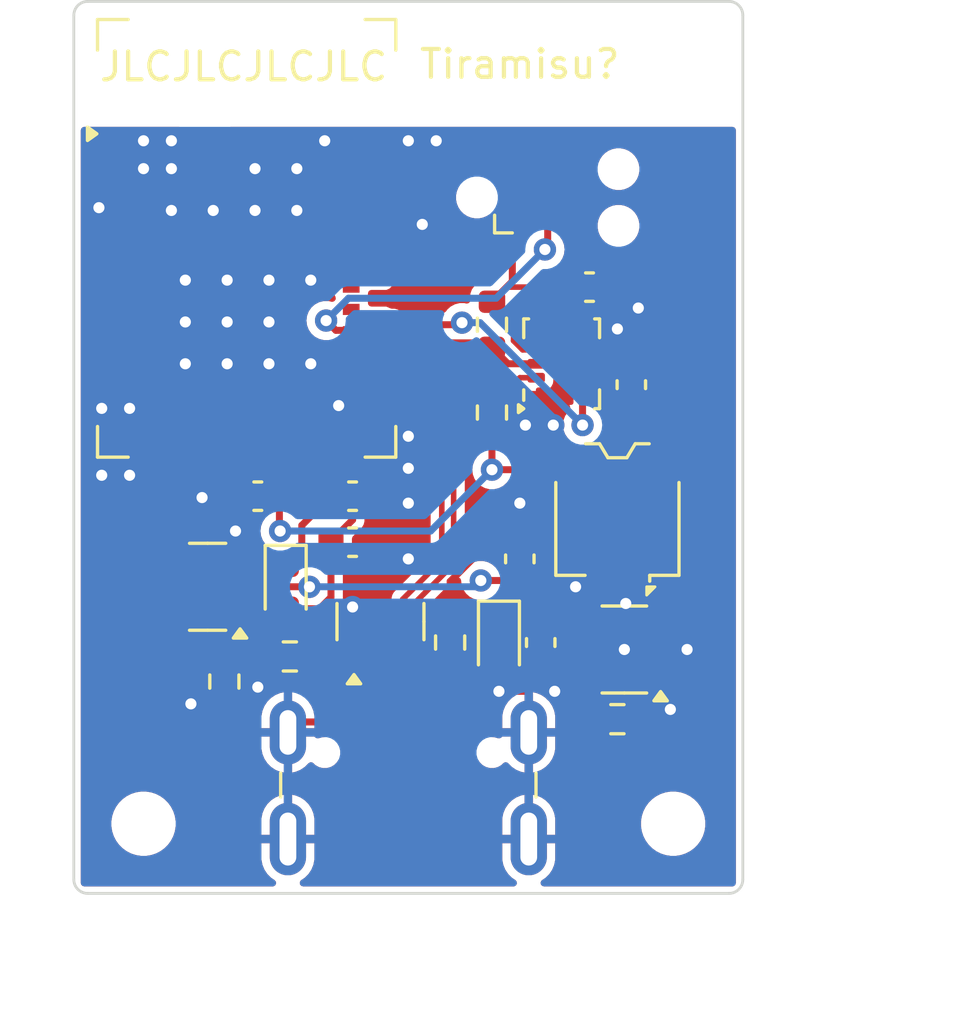
<source format=kicad_pcb>
(kicad_pcb (version 20240108) (generator "pcbnew") (generator_version "8.0")
  (layers (0 "F.Cu" signal) (31 "B.Cu" signal) (34 "B.Paste" user) (35 "F.Paste" user) (36 "B.SilkS" user "B.Silkscreen") (37 "F.SilkS" user "F.Silkscreen") (38 "B.Mask" user) (39 "F.Mask" user) (44 "Edge.Cuts" user))
  (net 0 "")
  (net 1 "+BATT")
  (net 2 "GND")
  (net 3 "VBUS")
  (net 4 "/SWDIO")
  (net 5 "/RESET")
  (net 6 "/SWCLK")
  (net 8 "/D+")
  (net 35 "Net-(J2-CC2)")
  (net 38 "Net-(U1-P0.13)")
  (net 59 "/D-")
  (net 60 "Net-(U3-PROG)")
  (net 62 "+3.3V")
  (net 64 "Net-(U1-P0.15)")
  (net 65 "Net-(J2-CC1)")
  (net 66 "VCC")
  (net 68 "Net-(U1-P0.17)")
  (footprint "Resistor_SMD:R_0603_1608Metric" (layer "F.Cu") (at 113.5 73 90)
    (property "Reference" "R5" (hide yes))
    (property "Value" "5.1k")
    (fp_line (start -0.237258 -0.5225) (end 0.237258 -0.5225) (stroke (width 0.12)) (layer "F.SilkS"))
    (fp_line (start -0.237258 0.5225) (end 0.237258 0.5225) (stroke (width 0.12)) (layer "F.SilkS"))
    (pad "1" smd roundrect (at -0.825 0 90) (size 0.8 0.95) (layers "F.Cu" "F.Paste" "F.Mask") (net 35 "Net-(J2-CC2)"))
    (pad "2" smd roundrect (at 0.825 0 90) (size 0.8 0.95) (layers "F.Cu" "F.Paste" "F.Mask") (net 2 "GND"))
  )
  (footprint "Capacitor_SMD:C_0603_1608Metric" (layer "F.Cu") (at 106.6 67.75)
    (property "Reference" "C2" (hide yes))
    (property "Value" "10 uF")
    (fp_line (start -0.14058 -0.51) (end 0.14058 -0.51) (stroke (width 0.12)) (layer "F.SilkS"))
    (fp_line (start -0.14058 0.51) (end 0.14058 0.51) (stroke (width 0.12)) (layer "F.SilkS"))
    (pad "1" smd roundrect (at -0.775 0) (size 0.9 0.95) (layers "F.Cu" "F.Paste" "F.Mask") (net 2 "GND"))
    (pad "2" smd roundrect (at 0.775 0) (size 0.9 0.95) (layers "F.Cu" "F.Paste" "F.Mask") (net 62 "+3.3V"))
  )
  (footprint "Capacitor_SMD:C_0603_1608Metric" (layer "F.Cu") (at 110 67.75 180)
    (property "Reference" "C6" (hide yes))
    (property "Value" "10 uF")
    (fp_line (start -0.14058 0.51) (end 0.14058 0.51) (stroke (width 0.12)) (layer "F.SilkS"))
    (fp_line (start -0.14058 -0.51) (end 0.14058 -0.51) (stroke (width 0.12)) (layer "F.SilkS"))
    (pad "1" smd roundrect (at -0.775 0 180) (size 0.9 0.95) (layers "F.Cu" "F.Paste" "F.Mask") (net 2 "GND"))
    (pad "2" smd roundrect (at 0.775 0 180) (size 0.9 0.95) (layers "F.Cu" "F.Paste" "F.Mask") (net 66 "VCC"))
  )
  (footprint "Diode_SMD:D_0603_1608Metric" (layer "F.Cu") (at 107.6 71 -90)
    (property "Reference" "D3" (hide yes))
    (property "Value" "D_Schottky")
    (fp_line (start -1.485 0.735) (end 0.8 0.735) (stroke (width 0.12)) (layer "F.SilkS"))
    (fp_line (start -1.485 -0.735) (end -1.485 0.735) (stroke (width 0.12)) (layer "F.SilkS"))
    (fp_line (start 0.8 -0.735) (end -1.485 -0.735) (stroke (width 0.12)) (layer "F.SilkS"))
    (pad "1" smd roundrect (at -0.7875 0 270) (size 0.875 0.95) (layers "F.Cu" "F.Paste" "F.Mask") (net 66 "VCC"))
    (pad "2" smd roundrect (at 0.7875 0 270) (size 0.875 0.95) (layers "F.Cu" "F.Paste" "F.Mask") (net 3 "VBUS"))
  )
  (footprint "Resistor_SMD:R_0603_1608Metric" (layer "F.Cu") (at 107.75 73.5 180)
    (property "Reference" "R4" (hide yes))
    (property "Value" "5.1k")
    (fp_line (start -0.237258 0.5225) (end 0.237258 0.5225) (stroke (width 0.12)) (layer "F.SilkS"))
    (fp_line (start -0.237258 -0.5225) (end 0.237258 -0.5225) (stroke (width 0.12)) (layer "F.SilkS"))
    (pad "1" smd roundrect (at -0.825 0 180) (size 0.8 0.95) (layers "F.Cu" "F.Paste" "F.Mask") (net 65 "Net-(J2-CC1)"))
    (pad "2" smd roundrect (at 0.825 0 180) (size 0.8 0.95) (layers "F.Cu" "F.Paste" "F.Mask") (net 2 "GND"))
  )
  (footprint "adhoc:USB_C_Receptacle_JAE_DX07S016JA1R1500_alt" (layer "F.Cu") (at 112 78.9)
    (property "Reference" "J2" (hide yes))
    (property "Value" "USB_C_Receptacle_USB2.0_16P")
    (fp_line (start -4.58 -1.215) (end -4.58 -0.36) (stroke (width 0.12)) (layer "F.SilkS"))
    (fp_line (start 4.58 -1.215) (end 4.58 -0.36) (stroke (width 0.12)) (layer "F.SilkS"))
    (pad "" np_thru_hole circle (at -3 -1.95) (size 0.6 0.6) (drill 0.6) (layers "F&B.Cu" "*.Mask"))
    (pad "" np_thru_hole circle (at 3 -1.95) (size 0.6 0.6) (drill 0.6) (layers "F&B.Cu" "*.Mask"))
    (pad "A1" smd rect (at -3.1 -3.05) (size 0.52 1) (layers "F.Cu" "F.Paste" "F.Mask") (net 2 "GND"))
    (pad "A4" smd rect (at -2.35 -3.05) (size 0.52 1) (layers "F.Cu" "F.Paste" "F.Mask") (net 3 "VBUS"))
    (pad "A5" smd rect (at -1.75 -3.05) (size 0.27 1) (layers "F.Cu" "F.Paste" "F.Mask") (net 65 "Net-(J2-CC1)"))
    (pad "A6" smd rect (at -0.25 -3.05) (size 0.27 1) (layers "F.Cu" "F.Paste" "F.Mask") (net 8 "/D+"))
    (pad "A7" smd rect (at 0.75 -3.05) (size 0.27 1) (layers "F.Cu" "F.Paste" "F.Mask") (net 59 "/D-"))
    (pad "A8" smd rect (at 1.75 -3.05) (size 0.27 1) (layers "F.Cu" "F.Paste" "F.Mask"))
    (pad "A9" smd rect (at 2.35 -3.05) (size 0.52 1) (layers "F.Cu" "F.Paste" "F.Mask") (net 3 "VBUS"))
    (pad "A12" smd rect (at 3.1 -3.05) (size 0.52 1) (layers "F.Cu" "F.Paste" "F.Mask") (net 2 "GND"))
    (pad "B1" smd rect (at 3.1 -3.05) (size 0.52 1) (layers "F.Cu" "F.Paste" "F.Mask") (net 2 "GND"))
    (pad "B4" smd rect (at 2.35 -3.05) (size 0.52 1) (layers "F.Cu" "F.Paste" "F.Mask") (net 3 "VBUS"))
    (pad "B5" smd rect (at 1.25 -3.05) (size 0.27 1) (layers "F.Cu" "F.Paste" "F.Mask") (net 35 "Net-(J2-CC2)"))
    (pad "B6" smd rect (at 0.25 -3.05) (size 0.27 1) (layers "F.Cu" "F.Paste" "F.Mask") (net 8 "/D+"))
    (pad "B7" smd rect (at -0.75 -3.05) (size 0.27 1) (layers "F.Cu" "F.Paste" "F.Mask") (net 59 "/D-"))
    (pad "B8" smd rect (at -1.25 -3.05) (size 0.27 1) (layers "F.Cu" "F.Paste" "F.Mask"))
    (pad "B9" smd rect (at -2.35 -3.05) (size 0.52 1) (layers "F.Cu" "F.Paste" "F.Mask") (net 3 "VBUS"))
    (pad "B12" smd rect (at -3.1 -3.05) (size 0.52 1) (layers "F.Cu" "F.Paste" "F.Mask") (net 2 "GND"))
    (pad "S1" thru_hole oval (at -4.32 -2.675) (size 1.3 2.3) (drill oval 0.6 1.6) (layers "*.Cu" "*.Mask") (net 2 "GND"))
    (pad "S1" thru_hole oval (at -4.32 1.15) (size 1.3 2.6) (drill oval 0.6 1.9) (layers "*.Cu" "*.Mask") (net 2 "GND"))
    (pad "S1" smd rect (at -1.4 1.15) (size 1 2) (layers "F.Cu" "F.Paste" "F.Mask") (net 2 "GND"))
    (pad "S1" smd rect (at 1.4 1.15) (size 1 2) (layers "F.Cu" "F.Paste" "F.Mask") (net 2 "GND"))
    (pad "S1" thru_hole oval (at 4.32 -2.675) (size 1.3 2.3) (drill oval 0.6 1.6) (layers "*.Cu" "*.Mask") (net 2 "GND"))
    (pad "S1" thru_hole oval (at 4.32 1.15) (size 1.3 2.6) (drill oval 0.6 1.9) (layers "*.Cu" "*.Mask") (net 2 "GND"))
  )
  (footprint "adhoc:MountingHole_1.8mm_M1.6" (layer "F.Cu") (at 121.5 79.5)
    (property "Reference" "H2" (hide yes))
    (property "Value" "MountingHole")
    (pad "" np_thru_hole circle (at 0 0) (size 1.8 1.8) (drill 1.8) (layers "F&B.Cu" "*.Mask"))
  )
  (footprint "Resistor_SMD:R_0603_1608Metric" (layer "F.Cu") (at 119.5 75.75)
    (property "Reference" "R1" (hide yes))
    (property "Value" "15k")
    (fp_line (start -0.237258 -0.5225) (end 0.237258 -0.5225) (stroke (width 0.12)) (layer "F.SilkS"))
    (fp_line (start -0.237258 0.5225) (end 0.237258 0.5225) (stroke (width 0.12)) (layer "F.SilkS"))
    (pad "1" smd roundrect (at -0.825 0) (size 0.8 0.95) (layers "F.Cu" "F.Paste" "F.Mask") (net 60 "Net-(U3-PROG)"))
    (pad "2" smd roundrect (at 0.825 0) (size 0.8 0.95) (layers "F.Cu" "F.Paste" "F.Mask") (net 2 "GND"))
  )
  (footprint "Resistor_SMD:R_0603_1608Metric" (layer "F.Cu") (at 105.4 74.4 90)
    (property "Reference" "R6" (hide yes))
    (property "Value" "100k")
    (fp_line (start -0.237258 -0.5225) (end 0.237258 -0.5225) (stroke (width 0.12)) (layer "F.SilkS"))
    (fp_line (start -0.237258 0.5225) (end 0.237258 0.5225) (stroke (width 0.12)) (layer "F.SilkS"))
    (pad "1" smd roundrect (at -0.825 0 90) (size 0.8 0.95) (layers "F.Cu" "F.Paste" "F.Mask") (net 2 "GND"))
    (pad "2" smd roundrect (at 0.825 0 90) (size 0.8 0.95) (layers "F.Cu" "F.Paste" "F.Mask") (net 3 "VBUS"))
  )
  (footprint "adhoc:MountingHole_1.8mm_M1.6" (layer "F.Cu") (at 121.5 52.5)
    (property "Reference" "H1" (hide yes))
    (property "Value" "MountingHole")
    (pad "" np_thru_hole circle (at 0 0) (size 1.8 1.8) (drill 1.8) (layers "F&B.Cu" "*.Mask"))
  )
  (footprint "Package_TO_SOT_SMD:SOT-23-5" (layer "F.Cu") (at 119.75 73.25 180)
    (property "Reference" "U3" (hide yes))
    (property "Value" "MCP73831-2-OT")
    (fp_line (start 0 1.56) (end 0.8 1.56) (stroke (width 0.12)) (layer "F.SilkS"))
    (fp_line (start 0 1.56) (end -0.8 1.56) (stroke (width 0.12)) (layer "F.SilkS"))
    (fp_line (start 0 -1.56) (end 0.8 -1.56) (stroke (width 0.12)) (layer "F.SilkS"))
    (fp_line (start 0 -1.56) (end -0.8 -1.56) (stroke (width 0.12)) (layer "F.SilkS"))
    (fp_poly (pts (xy -1.3 -1.51) (xy -1.54 -1.84) (xy -1.06 -1.84) (xy -1.3 -1.51)) (stroke (width 0.12)) (fill solid) (layer "F.SilkS"))
    (pad "1" smd roundrect (at -1.1375 -0.95 180) (size 1.325 0.6) (layers "F.Cu" "F.Paste" "F.Mask"))
    (pad "2" smd roundrect (at -1.1375 0 180) (size 1.325 0.6) (layers "F.Cu" "F.Paste" "F.Mask") (net 2 "GND"))
    (pad "3" smd roundrect (at -1.1375 0.95 180) (size 1.325 0.6) (layers "F.Cu" "F.Paste" "F.Mask") (net 1 "+BATT"))
    (pad "4" smd roundrect (at 1.1375 0.95 180) (size 1.325 0.6) (layers "F.Cu" "F.Paste" "F.Mask") (net 3 "VBUS"))
    (pad "5" smd roundrect (at 1.1375 -0.95 180) (size 1.325 0.6) (layers "F.Cu" "F.Paste" "F.Mask") (net 60 "Net-(U3-PROG)"))
  )
  (footprint "Resistor_SMD:R_0603_1608Metric" (layer "F.Cu") (at 115 64.75 90)
    (property "Reference" "R2" (hide yes))
    (property "Value" "5.1k")
    (fp_line (start -0.237258 -0.5225) (end 0.237258 -0.5225) (stroke (width 0.12)) (layer "F.SilkS"))
    (fp_line (start -0.237258 0.5225) (end 0.237258 0.5225) (stroke (width 0.12)) (layer "F.SilkS"))
    (pad "1" smd roundrect (at -0.825 0 90) (size 0.8 0.95) (layers "F.Cu" "F.Paste" "F.Mask") (net 62 "+3.3V"))
    (pad "2" smd roundrect (at 0.825 0 90) (size 0.8 0.95) (layers "F.Cu" "F.Paste" "F.Mask") (net 38 "Net-(U1-P0.13)"))
  )
  (footprint "adhoc:MountingHole_1.8mm_M1.6" (layer "F.Cu") (at 102.5 79.5)
    (property "Reference" "H3" (hide yes))
    (property "Value" "MountingHole")
    (pad "" np_thru_hole circle (at 0 0) (size 1.8 1.8) (drill 1.8) (layers "F&B.Cu" "*.Mask"))
  )
  (footprint "Capacitor_SMD:C_0603_1608Metric" (layer "F.Cu") (at 116 70 90)
    (property "Reference" "C1" (hide yes))
    (property "Value" "10 uF")
    (fp_line (start -0.14058 -0.51) (end 0.14058 -0.51) (stroke (width 0.12)) (layer "F.SilkS"))
    (fp_line (start -0.14058 0.51) (end 0.14058 0.51) (stroke (width 0.12)) (layer "F.SilkS"))
    (pad "1" smd roundrect (at -0.775 0 90) (size 0.9 0.95) (layers "F.Cu" "F.Paste" "F.Mask") (net 1 "+BATT"))
    (pad "2" smd roundrect (at 0.775 0 90) (size 0.9 0.95) (layers "F.Cu" "F.Paste" "F.Mask") (net 2 "GND"))
  )
  (footprint "Capacitor_SMD:C_0603_1608Metric" (layer "F.Cu") (at 116.75 73 90)
    (property "Reference" "C3" (hide yes))
    (property "Value" "10 uF")
    (fp_line (start -0.14058 -0.51) (end 0.14058 -0.51) (stroke (width 0.12)) (layer "F.SilkS"))
    (fp_line (start -0.14058 0.51) (end 0.14058 0.51) (stroke (width 0.12)) (layer "F.SilkS"))
    (pad "1" smd roundrect (at -0.775 0 90) (size 0.9 0.95) (layers "F.Cu" "F.Paste" "F.Mask") (net 2 "GND"))
    (pad "2" smd roundrect (at 0.775 0 90) (size 0.9 0.95) (layers "F.Cu" "F.Paste" "F.Mask") (net 3 "VBUS"))
  )
  (footprint "Connector:Tag-Connect_TC2030-IDC-NL_2x03_P1.27mm_Vertical" (layer "F.Cu") (at 117 57.035)
    (property "Reference" "J1" (hide yes))
    (property "Value" "Conn_ARM_SWD_TagConnect_TC2030-NL")
    (fp_line (start -1.905 1.27) (end -1.905 0.635) (stroke (width 0.12)) (layer "F.SilkS"))
    (fp_line (start -1.27 1.27) (end -1.905 1.27) (stroke (width 0.12)) (layer "F.SilkS"))
    (pad "" np_thru_hole circle (at -2.54 0) (size 0.9906 0.9906) (drill 0.9906) (layers "*.Cu" "*.Mask"))
    (pad "" np_thru_hole circle (at 2.54 -1.016) (size 0.9906 0.9906) (drill 0.9906) (layers "*.Cu" "*.Mask"))
    (pad "" np_thru_hole circle (at 2.54 1.016) (size 0.9906 0.9906) (drill 0.9906) (layers "*.Cu" "*.Mask"))
    (pad "1" connect circle (at -1.27 0.635) (size 0.7874 0.7874) (layers "F.Cu" "F.Mask") (net 62 "+3.3V"))
    (pad "2" connect circle (at -1.27 -0.635) (size 0.7874 0.7874) (layers "F.Cu" "F.Mask") (net 4 "/SWDIO"))
    (pad "3" connect circle (at 0 0.635) (size 0.7874 0.7874) (layers "F.Cu" "F.Mask") (net 5 "/RESET"))
    (pad "4" connect circle (at 0 -0.635) (size 0.7874 0.7874) (layers "F.Cu" "F.Mask") (net 6 "/SWCLK"))
    (pad "5" connect circle (at 1.27 0.635) (size 0.7874 0.7874) (layers "F.Cu" "F.Mask") (net 2 "GND"))
    (pad "6" connect circle (at 1.27 -0.635) (size 0.7874 0.7874) (layers "F.Cu" "F.Mask"))
    (zone (net 0) (net_name "") (layer "F.Cu") (connect_pads (clearance 0)) (min_thickness 0.254)
      (keepout (tracks allowed) (vias not_allowed) (pads allowed) (copperpour not_allowed) (footprints not_allowed))
      (fill (thermal_gap 0.508) (thermal_bridge_width 0.508))
      (polygon (pts (xy 118.27 56.4) (xy 115.73 56.4) (xy 115.73 57.67) (xy 118.27 57.67)))
    )
  )
  (footprint "Package_TO_SOT_SMD:SOT-23" (layer "F.Cu") (at 104.8 71 180)
    (property "Reference" "Q1" (hide yes))
    (property "Value" "Q_PMOS_GSD")
    (fp_line (start 0 1.56) (end 0.65 1.56) (stroke (width 0.12)) (layer "F.SilkS"))
    (fp_line (start 0 1.56) (end -0.65 1.56) (stroke (width 0.12)) (layer "F.SilkS"))
    (fp_line (start 0 -1.56) (end 0.65 -1.56) (stroke (width 0.12)) (layer "F.SilkS"))
    (fp_line (start 0 -1.56) (end -0.65 -1.56) (stroke (width 0.12)) (layer "F.SilkS"))
    (fp_poly (pts (xy -1.1625 -1.51) (xy -1.4025 -1.84) (xy -0.9225 -1.84) (xy -1.1625 -1.51)) (stroke (width 0.12)) (fill solid) (layer "F.SilkS"))
    (pad "1" smd roundrect (at -0.9375 -0.95 180) (size 1.475 0.6) (layers "F.Cu" "F.Paste" "F.Mask") (net 3 "VBUS"))
    (pad "2" smd roundrect (at -0.9375 0.95 180) (size 1.475 0.6) (layers "F.Cu" "F.Paste" "F.Mask") (net 66 "VCC"))
    (pad "3" smd roundrect (at 0.9375 0 180) (size 1.475 0.6) (layers "F.Cu" "F.Paste" "F.Mask") (net 1 "+BATT"))
  )
  (footprint "Diode_SMD:D_0603_1608Metric" (layer "F.Cu") (at 115.25 73 -90)
    (property "Reference" "D2" (hide yes))
    (property "Value" "D_TVS")
    (fp_line (start -1.485 0.735) (end 0.8 0.735) (stroke (width 0.12)) (layer "F.SilkS"))
    (fp_line (start -1.485 -0.735) (end -1.485 0.735) (stroke (width 0.12)) (layer "F.SilkS"))
    (fp_line (start 0.8 -0.735) (end -1.485 -0.735) (stroke (width 0.12)) (layer "F.SilkS"))
    (pad "1" smd roundrect (at -0.7875 0 270) (size 0.875 0.95) (layers "F.Cu" "F.Paste" "F.Mask") (net 3 "VBUS"))
    (pad "2" smd roundrect (at 0.7875 0 270) (size 0.875 0.95) (layers "F.Cu" "F.Paste" "F.Mask") (net 2 "GND"))
  )
  (footprint "Capacitor_SMD:C_0603_1608Metric" (layer "F.Cu") (at 110 69.4)
    (property "Reference" "C7" (hide yes))
    (property "Value" "10 uF")
    (fp_line (start -0.14058 -0.51) (end 0.14058 -0.51) (stroke (width 0.12)) (layer "F.SilkS"))
    (fp_line (start -0.14058 0.51) (end 0.14058 0.51) (stroke (width 0.12)) (layer "F.SilkS"))
    (pad "1" smd roundrect (at -0.775 0) (size 0.9 0.95) (layers "F.Cu" "F.Paste" "F.Mask") (net 3 "VBUS"))
    (pad "2" smd roundrect (at 0.775 0) (size 0.9 0.95) (layers "F.Cu" "F.Paste" "F.Mask") (net 2 "GND"))
  )
  (footprint "Capacitor_SMD:C_0603_1608Metric" (layer "F.Cu") (at 120 63.75 -90)
    (property "Reference" "C5" (hide yes))
    (property "Value" "100nF")
    (fp_line (start -0.14058 0.51) (end 0.14058 0.51) (stroke (width 0.12)) (layer "F.SilkS"))
    (fp_line (start -0.14058 -0.51) (end 0.14058 -0.51) (stroke (width 0.12)) (layer "F.SilkS"))
    (pad "1" smd roundrect (at -0.775 0 270) (size 0.9 0.95) (layers "F.Cu" "F.Paste" "F.Mask") (net 2 "GND"))
    (pad "2" smd roundrect (at 0.775 0 270) (size 0.9 0.95) (layers "F.Cu" "F.Paste" "F.Mask") (net 62 "+3.3V"))
  )
  (footprint "Package_LGA:LGA-14_3x2.5mm_P0.5mm_LayoutBorder3x4y" (layer "F.Cu") (at 117.5 63 90)
    (property "Reference" "U2" (hide yes))
    (property "Value" "LSM6DSV")
    (fp_line (start 1.61 -1.36) (end 1.61 -1.185) (stroke (width 0.12)) (layer "F.SilkS"))
    (fp_line (start 0.935 -1.36) (end 1.61 -1.36) (stroke (width 0.12)) (layer "F.SilkS"))
    (fp_line (start -0.935 -1.36) (end -1.31 -1.36) (stroke (width 0.12)) (layer "F.SilkS"))
    (fp_line (start 1.61 1.36) (end 1.61 1.185) (stroke (width 0.12)) (layer "F.SilkS"))
    (fp_line (start 0.935 1.36) (end 1.61 1.36) (stroke (width 0.12)) (layer "F.SilkS"))
    (fp_line (start -0.935 1.36) (end -1.61 1.36) (stroke (width 0.12)) (layer "F.SilkS"))
    (fp_line (start -1.61 1.36) (end -1.61 1.185) (stroke (width 0.12)) (layer "F.SilkS"))
    (fp_poly (pts (xy -1.61 -1.36) (xy -1.75 -1.55) (xy -1.47 -1.55) (xy -1.61 -1.36)) (stroke (width 0.12)) (fill solid) (layer "F.SilkS"))
    (pad "1" smd roundrect (at -1.1625 -0.75 90) (size 0.625 0.35) (layers "F.Cu" "F.Paste" "F.Mask") (net 2 "GND"))
    (pad "2" smd roundrect (at -1.1625 -0.25 90) (size 0.625 0.35) (layers "F.Cu" "F.Paste" "F.Mask") (net 2 "GND"))
    (pad "3" smd roundrect (at -1.1625 0.25 90) (size 0.625 0.35) (layers "F.Cu" "F.Paste" "F.Mask") (net 2 "GND"))
    (pad "4" smd roundrect (at -1.1625 0.75 90) (size 0.625 0.35) (layers "F.Cu" "F.Paste" "F.Mask") (net 68 "Net-(U1-P0.17)"))
    (pad "5" smd roundrect (at -0.5 0.9125 90) (size 0.35 0.625) (layers "F.Cu" "F.Paste" "F.Mask") (net 62 "+3.3V"))
    (pad "6" smd roundrect (at 0 0.9125 90) (size 0.35 0.625) (layers "F.Cu" "F.Paste" "F.Mask") (net 2 "GND"))
    (pad "7" smd roundrect (at 0.5 0.9125 90) (size 0.35 0.625) (layers "F.Cu" "F.Paste" "F.Mask") (net 2 "GND"))
    (pad "8" smd roundrect (at 1.1625 0.75 90) (size 0.625 0.35) (layers "F.Cu" "F.Paste" "F.Mask") (net 62 "+3.3V"))
    (pad "9" smd roundrect (at 1.1625 0.25 90) (size 0.625 0.35) (layers "F.Cu" "F.Paste" "F.Mask"))
    (pad "10" smd roundrect (at 1.1625 -0.25 90) (size 0.625 0.35) (layers "F.Cu" "F.Paste" "F.Mask"))
    (pad "11" smd roundrect (at 1.1625 -0.75 90) (size 0.625 0.35) (layers "F.Cu" "F.Paste" "F.Mask"))
    (pad "12" smd roundrect (at 0.5 -0.9125 90) (size 0.35 0.625) (layers "F.Cu" "F.Paste" "F.Mask") (net 62 "+3.3V"))
    (pad "13" smd roundrect (at 0 -0.9125 90) (size 0.35 0.625) (layers "F.Cu" "F.Paste" "F.Mask") (net 64 "Net-(U1-P0.15)"))
    (pad "14" smd roundrect (at -0.5 -0.9125 90) (size 0.35 0.625) (layers "F.Cu" "F.Paste" "F.Mask") (net 38 "Net-(U1-P0.13)"))
  )
  (footprint "adhoc:Molex_Pico-EZmate_78171-0002_1x02-1MP_P1.20mm_Vertical" (layer "F.Cu") (at 119.5 68.5 180)
    (property "Reference" "BT1" (hide yes))
    (property "Value" "Battery_Cell")
    (fp_line (start 2.21 1.24) (end 2.21 -2.09) (stroke (width 0.12)) (layer "F.SilkS"))
    (fp_line (start 2.21 -2.09) (end 1.16 -2.09) (stroke (width 0.12)) (layer "F.SilkS"))
    (fp_line (start 0.64 2.63) (end 1.14 2.63) (stroke (width 0.12)) (layer "F.SilkS"))
    (fp_line (start 0.34 2.13) (end 0.64 2.63) (stroke (width 0.12)) (layer "F.SilkS"))
    (fp_line (start -0.34 2.13) (end 0.34 2.13) (stroke (width 0.12)) (layer "F.SilkS"))
    (fp_line (start -0.64 2.63) (end -0.34 2.13) (stroke (width 0.12)) (layer "F.SilkS"))
    (fp_line (start -1.14 2.63) (end -0.64 2.63) (stroke (width 0.12)) (layer "F.SilkS"))
    (fp_line (start -1.16 -2.09) (end -1.16 -2.3) (stroke (width 0.12)) (layer "F.SilkS"))
    (fp_line (start -2.21 1.24) (end -2.21 -2.09) (stroke (width 0.12)) (layer "F.SilkS"))
    (fp_line (start -2.21 -2.09) (end -1.16 -2.09) (stroke (width 0.12)) (layer "F.SilkS"))
    (fp_poly (pts (xy -1.05 -2.5) (xy -1.05 -2.8) (xy -1.35 -2.5)) (stroke (width 0.1)) (fill solid) (layer "F.SilkS"))
    (pad "1" smd roundrect (at -0.6 -1.875 180) (size 0.6 0.85) (layers "F.Cu" "F.Paste" "F.Mask") (net 1 "+BATT"))
    (pad "2" smd roundrect (at 0.6 -1.875 180) (size 0.6 0.85) (layers "F.Cu" "F.Paste" "F.Mask") (net 2 "GND"))
    (pad "MP" smd roundrect (at -1.75 1.9 180) (size 0.7 0.8) (layers "F.Cu" "F.Paste" "F.Mask"))
    (pad "MP" smd roundrect (at 1.75 1.9 180) (size 0.7 0.8) (layers "F.Cu" "F.Paste" "F.Mask"))
  )
  (footprint "Capacitor_SMD:C_0603_1608Metric" (layer "F.Cu") (at 118.5 60.25 180)
    (property "Reference" "C4" (hide yes))
    (property "Value" "100nF")
    (fp_line (start -0.14058 0.51) (end 0.14058 0.51) (stroke (width 0.12)) (layer "F.SilkS"))
    (fp_line (start -0.14058 -0.51) (end 0.14058 -0.51) (stroke (width 0.12)) (layer "F.SilkS"))
    (pad "1" smd roundrect (at -0.775 0 180) (size 0.9 0.95) (layers "F.Cu" "F.Paste" "F.Mask") (net 2 "GND"))
    (pad "2" smd roundrect (at 0.775 0 180) (size 0.9 0.95) (layers "F.Cu" "F.Paste" "F.Mask") (net 62 "+3.3V"))
  )
  (footprint "Resistor_SMD:R_0603_1608Metric" (layer "F.Cu") (at 115 61.6 -90)
    (property "Reference" "R3" (hide yes))
    (property "Value" "5.1k")
    (fp_line (start -0.237258 0.5225) (end 0.237258 0.5225) (stroke (width 0.12)) (layer "F.SilkS"))
    (fp_line (start -0.237258 -0.5225) (end 0.237258 -0.5225) (stroke (width 0.12)) (layer "F.SilkS"))
    (pad "1" smd roundrect (at -0.825 0 270) (size 0.8 0.95) (layers "F.Cu" "F.Paste" "F.Mask") (net 62 "+3.3V"))
    (pad "2" smd roundrect (at 0.825 0 270) (size 0.8 0.95) (layers "F.Cu" "F.Paste" "F.Mask") (net 64 "Net-(U1-P0.15)"))
  )
  (footprint "adhoc:SOT-23_AltChevron" (layer "F.Cu") (at 111 72.25 90)
    (property "Reference" "D1" (hide yes))
    (property "Value" "D_TVS_Dual_AAC")
    (fp_line (start 0 -1.56) (end 0.65 -1.56) (stroke (width 0.12)) (layer "F.SilkS"))
    (fp_line (start 0 -1.56) (end -0.65 -1.56) (stroke (width 0.12)) (layer "F.SilkS"))
    (fp_line (start 0 1.56) (end 0.65 1.56) (stroke (width 0.12)) (layer "F.SilkS"))
    (fp_line (start 0 1.56) (end -0.65 1.56) (stroke (width 0.12)) (layer "F.SilkS"))
    (fp_poly (pts (xy -1.9 -0.95) (xy -2.23 -0.71) (xy -2.23 -1.19) (xy -1.9 -0.95)) (stroke (width 0.12)) (fill solid) (layer "F.SilkS"))
    (pad "1" smd roundrect (at -0.9375 -0.95 90) (size 1.475 0.6) (layers "F.Cu" "F.Paste" "F.Mask") (net 59 "/D-"))
    (pad "2" smd roundrect (at -0.9375 0.95 90) (size 1.475 0.6) (layers "F.Cu" "F.Paste" "F.Mask") (net 8 "/D+"))
    (pad "3" smd roundrect (at 0.9375 0 90) (size 1.475 0.6) (layers "F.Cu" "F.Paste" "F.Mask") (net 2 "GND"))
  )
  (footprint "RF_Module:Raytac_MDBT50Q" (layer "F.Cu") (at 106.2 58.5)
    (property "Reference" "U1" (hide yes))
    (property "Value" "MDBT50Q-1MV2")
    (fp_line (start -5.35 -7.85) (end -5.35 -6.75) (stroke (width 0.12)) (layer "F.SilkS"))
    (fp_line (start -5.35 6.75) (end -5.35 7.85) (stroke (width 0.12)) (layer "F.SilkS"))
    (fp_line (start -5.35 7.85) (end -4.25 7.85) (stroke (width 0.12)) (layer "F.SilkS"))
    (fp_line (start -4.25 -7.85) (end -5.35 -7.85) (stroke (width 0.12)) (layer "F.SilkS"))
    (fp_line (start 4.25 -7.85) (end 5.35 -7.85) (stroke (width 0.12)) (layer "F.SilkS"))
    (fp_line (start 5.35 -7.85) (end 5.35 -6.75) (stroke (width 0.12)) (layer "F.SilkS"))
    (fp_line (start 5.35 6.75) (end 5.35 7.85) (stroke (width 0.12)) (layer "F.SilkS"))
    (fp_line (start 5.35 7.85) (end 4.25 7.85) (stroke (width 0.12)) (layer "F.SilkS"))
    (fp_poly (pts (xy -5.375 -3.75) (xy -5.711 -3.51) (xy -5.711 -3.99) (xy -5.375 -3.75)) (stroke (width 0.12)) (fill solid) (layer "F.SilkS"))
    (pad "1" smd rect (at -4.65 -3.75) (size 0.6 0.4) (layers "F.Cu" "F.Paste" "F.Mask") (net 2 "GND"))
    (pad "2" smd rect (at -4.65 -2.65) (size 0.6 0.4) (layers "F.Cu" "F.Paste" "F.Mask") (net 2 "GND"))
    (pad "3" smd rect (at -4.65 -1.85) (size 0.6 0.4) (layers "F.Cu" "F.Paste" "F.Mask"))
    (pad "4" smd rect (at -4.65 -0.25) (size 0.6 0.4) (layers "F.Cu" "F.Paste" "F.Mask"))
    (pad "5" smd rect (at -3.75 0.15) (size 0.6 0.4) (layers "F.Cu" "F.Paste" "F.Mask"))
    (pad "6" smd rect (at -4.65 0.55) (size 0.6 0.4) (layers "F.Cu" "F.Paste" "F.Mask"))
    (pad "7" smd rect (at -3.75 0.95) (size 0.6 0.4) (layers "F.Cu" "F.Paste" "F.Mask"))
    (pad "8" smd rect (at -4.65 1.35) (size 0.6 0.4) (layers "F.Cu" "F.Paste" "F.Mask"))
    (pad "9" smd rect (at -3.75 1.75) (size 0.6 0.4) (layers "F.Cu" "F.Paste" "F.Mask"))
    (pad "10" smd rect (at -4.65 2.15) (size 0.6 0.4) (layers "F.Cu" "F.Paste" "F.Mask"))
    (pad "11" smd rect (at -3.75 2.55) (size 0.6 0.4) (layers "F.Cu" "F.Paste" "F.Mask"))
    (pad "12" smd rect (at -4.65 2.95) (size 0.6 0.4) (layers "F.Cu" "F.Paste" "F.Mask"))
    (pad "13" smd rect (at -3.75 3.35) (size 0.6 0.4) (layers "F.Cu" "F.Paste" "F.Mask"))
    (pad "14" smd rect (at -4.65 3.75) (size 0.6 0.4) (layers "F.Cu" "F.Paste" "F.Mask"))
    (pad "15" smd rect (at -4.8 7.15 90) (size 0.6 0.4) (layers "F.Cu" "F.Paste" "F.Mask") (net 2 "GND"))
    (pad "16" smd rect (at -4 7.15 90) (size 0.6 0.4) (layers "F.Cu" "F.Paste" "F.Mask"))
    (pad "17" smd rect (at -3.2 7.15 90) (size 0.6 0.4) (layers "F.Cu" "F.Paste" "F.Mask"))
    (pad "18" smd rect (at -2.4 7.15 90) (size 0.6 0.4) (layers "F.Cu" "F.Paste" "F.Mask"))
    (pad "19" smd rect (at -2 6.25 90) (size 0.6 0.4) (layers "F.Cu" "F.Paste" "F.Mask"))
    (pad "20" smd rect (at -1.6 7.15 90) (size 0.6 0.4) (layers "F.Cu" "F.Paste" "F.Mask"))
    (pad "21" smd rect (at -1.2 6.25 90) (size 0.6 0.4) (layers "F.Cu" "F.Paste" "F.Mask"))
    (pad "22" smd rect (at -0.8 7.15 90) (size 0.6 0.4) (layers "F.Cu" "F.Paste" "F.Mask"))
    (pad "23" smd rect (at -0.4 6.25 90) (size 0.6 0.4) (layers "F.Cu" "F.Paste" "F.Mask"))
    (pad "24" smd rect (at 0 7.15 90) (size 0.6 0.4) (layers "F.Cu" "F.Paste" "F.Mask"))
    (pad "25" smd rect (at 0.4 6.25 90) (size 0.6 0.4) (layers "F.Cu" "F.Paste" "F.Mask"))
    (pad "26" smd rect (at 0.8 7.15 90) (size 0.6 0.4) (layers "F.Cu" "F.Paste" "F.Mask"))
    (pad "27" smd rect (at 1.2 6.25 90) (size 0.6 0.4) (layers "F.Cu" "F.Paste" "F.Mask"))
    (pad "28" smd rect (at 1.6 7.15 90) (size 0.6 0.4) (layers "F.Cu" "F.Paste" "F.Mask") (net 62 "+3.3V"))
    (pad "29" smd rect (at 2 6.25 90) (size 0.6 0.4) (layers "F.Cu" "F.Paste" "F.Mask"))
    (pad "30" smd rect (at 2.4 7.15 90) (size 0.6 0.4) (layers "F.Cu" "F.Paste" "F.Mask") (net 66 "VCC"))
    (pad "31" smd rect (at 3.2 7.15 90) (size 0.6 0.4) (layers "F.Cu" "F.Paste" "F.Mask"))
    (pad "32" smd rect (at 4 7.15 90) (size 0.6 0.4) (layers "F.Cu" "F.Paste" "F.Mask") (net 3 "VBUS"))
    (pad "33" smd rect (at 4.8 7.15 90) (size 0.6 0.4) (layers "F.Cu" "F.Paste" "F.Mask") (net 2 "GND"))
    (pad "34" smd rect (at 4.65 6.15) (size 0.6 0.4) (layers "F.Cu" "F.Paste" "F.Mask") (net 59 "/D-"))
    (pad "35" smd rect (at 4.65 5.35) (size 0.6 0.4) (layers "F.Cu" "F.Paste" "F.Mask") (net 8 "/D+"))
    (pad "36" smd rect (at 3.75 4.95) (size 0.6 0.4) (layers "F.Cu" "F.Paste" "F.Mask"))
    (pad "37" smd rect (at 4.65 4.55) (size 0.6 0.4) (layers "F.Cu" "F.Paste" "F.Mask") (net 38 "Net-(U1-P0.13)"))
    (pad "38" smd rect (at 3.75 4.15) (size 0.6 0.4) (layers "F.Cu" "F.Paste" "F.Mask"))
    (pad "39" smd rect (at 4.65 3.75) (size 0.6 0.4) (layers "F.Cu" "F.Paste" "F.Mask") (net 64 "Net-(U1-P0.15)"))
    (pad "40" smd rect (at 3.75 3.35) (size 0.6 0.4) (layers "F.Cu" "F.Paste" "F.Mask") (net 5 "/RESET"))
    (pad "41" smd rect (at 4.65 2.95) (size 0.6 0.4) (layers "F.Cu" "F.Paste" "F.Mask") (net 68 "Net-(U1-P0.17)"))
    (pad "42" smd rect (at 3.75 2.55) (size 0.6 0.4) (layers "F.Cu" "F.Paste" "F.Mask"))
    (pad "43" smd rect (at 3.75 1.75) (size 0.6 0.4) (layers "F.Cu" "F.Paste" "F.Mask"))
    (pad "44" smd rect (at 4.65 1.35) (size 0.6 0.4) (layers "F.Cu" "F.Paste" "F.Mask"))
    (pad "45" smd rect (at 3.75 0.95) (size 0.6 0.4) (layers "F.Cu" "F.Paste" "F.Mask"))
    (pad "46" smd rect (at 4.65 0.55) (size 0.6 0.4) (layers "F.Cu" "F.Paste" "F.Mask"))
    (pad "47" smd rect (at 3.75 0.15) (size 0.6 0.4) (layers "F.Cu" "F.Paste" "F.Mask"))
    (pad "48" smd rect (at 4.65 -0.25) (size 0.6 0.4) (layers "F.Cu" "F.Paste" "F.Mask"))
    (pad "49" smd rect (at 3.75 -0.65) (size 0.6 0.4) (layers "F.Cu" "F.Paste" "F.Mask"))
    (pad "50" smd rect (at 3.75 -1.45) (size 0.6 0.4) (layers "F.Cu" "F.Paste" "F.Mask"))
    (pad "51" smd rect (at 4.65 -1.85) (size 0.6 0.4) (layers "F.Cu" "F.Paste" "F.Mask") (net 4 "/SWDIO"))
    (pad "52" smd rect (at 3.75 -2.25) (size 0.6 0.4) (layers "F.Cu" "F.Paste" "F.Mask"))
    (pad "53" smd rect (at 4.65 -2.65) (size 0.6 0.4) (layers "F.Cu" "F.Paste" "F.Mask") (net 6 "/SWCLK"))
    (pad "54" smd rect (at 3.75 -3.05) (size 0.6 0.4) (layers "F.Cu" "F.Paste" "F.Mask"))
    (pad "55" smd rect (at 4.65 -3.75) (size 0.6 0.4) (layers "F.Cu" "F.Paste" "F.Mask") (net 2 "GND"))
    (pad "56" smd rect (at -2 0.55 90) (size 0.6 0.4) (layers "F.Cu" "F.Paste" "F.Mask"))
    (pad "57" smd rect (at -1.2 0.55 90) (size 0.6 0.4) (layers "F.Cu" "F.Paste" "F.Mask"))
    (pad "58" smd rect (at -0.4 0.55 90) (size 0.6 0.4) (layers "F.Cu" "F.Paste" "F.Mask"))
    (pad "59" smd rect (at 0.4 0.55 90) (size 0.6 0.4) (layers "F.Cu" "F.Paste" "F.Mask"))
    (pad "60" smd rect (at 1.2 0.55 90) (size 0.6 0.4) (layers "F.Cu" "F.Paste" "F.Mask"))
    (pad "61" smd rect (at 2 0.55 90) (size 0.6 0.4) (layers "F.Cu" "F.Paste" "F.Mask"))
    (zone (net 0) (net_name "") (layer "F.Cu") (connect_pads (clearance 0)) (min_thickness 0.254)
      (keepout (tracks not_allowed) (vias not_allowed) (pads not_allowed) (copperpour not_allowed) (footprints not_allowed))
      (fill (thermal_gap 0.508) (thermal_bridge_width 0.508))
      (polygon (pts (xy 105.5 55.75) (xy 103.9 55.75) (xy 103.9 54.55) (xy 105.5 54.55)))
    )
    (zone (net 0) (net_name "") (layers "*.Cu") (connect_pads (clearance 0)) (min_thickness 0.254)
      (keepout (tracks not_allowed) (vias not_allowed) (pads not_allowed) (copperpour not_allowed) (footprints not_allowed))
      (fill (thermal_gap 0.508) (thermal_bridge_width 0.508))
      (polygon (pts (xy 100 54.5) (xy 112.4 54.5) (xy 112.4 50.75) (xy 100 50.75)))
    )
  )
  (gr_arc (start 100 50.5) (mid 100.146447 50.146447) (end 100.5 50) (stroke (width 0.1)) (layer "Edge.Cuts"))
  (gr_line (start 123.5 82) (end 100.5 82) (stroke (width 0.1)) (layer "Edge.Cuts"))
  (gr_arc (start 100.5 82) (mid 100.146447 81.853553) (end 100 81.5) (stroke (width 0.1)) (layer "Edge.Cuts"))
  (gr_line (start 124 50.5) (end 124 81.5) (stroke (width 0.1)) (layer "Edge.Cuts"))
  (gr_arc (start 123.5 50) (mid 123.853553 50.146447) (end 124 50.5) (stroke (width 0.1)) (layer "Edge.Cuts"))
  (gr_line (start 100 81.5) (end 100 50.5) (stroke (width 0.1)) (layer "Edge.Cuts"))
  (gr_line (start 100.5 50) (end 123.5 50) (stroke (width 0.1)) (layer "Edge.Cuts"))
  (gr_arc (start 124 81.5) (mid 123.853553 81.853553) (end 123.5 82) (stroke (width 0.1)) (layer "Edge.Cuts"))
  (gr_text "JLCJLCJLCJLC" (at 100.85 52.925 0) (layer "F.SilkS") (effects (font (size 1 1)) (justify left bottom)))
  (gr_text "Tiramisu?" (at 116 52.25 0) (layer "F.SilkS") (effects (font (size 1 1))))
  (segment (start 116 70.775) (end 116.725 70.775) (width 0.25) (layer "F.Cu") (net 1))
  (segment (start 120.000908 70.375) (end 120.1 70.375) (width 0.25) (layer "F.Cu") (net 1))
  (segment (start 108.450901 71) (end 103.8625 71) (width 0.25) (layer "F.Cu") (net 1))
  (segment (start 120.8875 71.3875) (end 120.1 70.6) (width 0.2) (layer "F.Cu") (net 1))
  (segment (start 118 69.5) (end 119.225 69.5) (width 0.25) (layer "F.Cu") (net 1))
  (segment (start 108.453198 71.002297) (end 108.450901 71) (width 0.25) (layer "F.Cu") (net 1))
  (segment (start 114.6 70.775) (end 116 70.775) (width 0.25) (layer "F.Cu") (net 1))
  (segment (start 120.1 70.375) (end 120.011592 70.375) (width 0.25) (layer "F.Cu") (net 1))
  (segment (start 120.8875 72.3) (end 120.8875 71.3875) (width 0.2) (layer "F.Cu") (net 1))
  (segment (start 116.725 70.775) (end 118 69.5) (width 0.25) (layer "F.Cu") (net 1))
  (segment (start 119.225 69.5) (end 120.1 70.375) (width 0.25) (layer "F.Cu") (net 1))
  (segment (start 120.1 70.6) (end 120.1 70.375) (width 0.2) (layer "F.Cu") (net 1))
  (via (at 108.453198 71.002297) (size 0.8) (drill 0.4) (layers "F.Cu" "B.Cu") (net 1))
  (via (at 114.6 70.775) (size 0.8) (drill 0.4) (layers "F.Cu" "B.Cu") (net 1))
  (segment (start 108.455495 71) (end 114.375 71) (width 0.25) (layer "B.Cu") (net 1))
  (segment (start 108.453198 71.002297) (end 108.455495 71) (width 0.25) (layer "B.Cu") (net 1))
  (segment (start 114.375 71) (end 114.6 70.775) (width 0.25) (layer "B.Cu") (net 1))
  (segment (start 108.055 75.85) (end 107.68 76.225) (width 0.25) (layer "F.Cu") (net 2))
  (segment (start 116.25 74.75) (end 116.32 74.82) (width 0.25) (layer "F.Cu") (net 2))
  (segment (start 116.32 74.82) (end 116.32 76.225) (width 0.25) (layer "F.Cu") (net 2))
  (segment (start 113.5 70.808766) (end 115 69.308766) (width 0.25) (layer "F.Cu") (net 2))
  (segment (start 115.1 74.9) (end 115.1 75.85) (width 0.25) (layer "F.Cu") (net 2))
  (segment (start 108.9 75.85) (end 108.055 75.85) (width 0.25) (layer "F.Cu") (net 2))
  (segment (start 113.5 72.175) (end 113.5 70.808766) (width 0.25) (layer "F.Cu") (net 2))
  (segment (start 115.25 74.75) (end 116.25 74.75) (width 0.25) (layer "F.Cu") (net 2))
  (segment (start 115.25 74.75) (end 115.1 74.9) (width 0.25) (layer "F.Cu") (net 2))
  (via (at 104.2 75.2) (size 0.8) (drill 0.4) (layers "F.Cu" "B.Cu") (net 2))
  (via (at 103.5 56) (size 0.8) (drill 0.4) (layers "F.Cu" "B.Cu") (net 2))
  (via (at 108.5 60) (size 0.8) (drill 0.4) (layers "F.Cu" "B.Cu") (net 2))
  (via (at 113 55) (size 0.8) (drill 0.4) (layers "F.Cu" "B.Cu") (net 2))
  (via (at 101 67) (size 0.8) (drill 0.4) (layers "F.Cu" "B.Cu") (net 2))
  (via (at 116 68) (size 0.8) (drill 0.4) (layers "F.Cu" "B.Cu") (net 2))
  (via (at 119.5 61.75) (size 0.8) (drill 0.4) (layers "F.Cu" "B.Cu") (net 2))
  (via (at 122 73.25) (size 0.8) (drill 0.4) (layers "F.Cu" "B.Cu") (net 2))
  (via (at 118 71) (size 0.8) (drill 0.4) (layers "F.Cu" "B.Cu") (net 2))
  (via (at 112 55) (size 0.8) (drill 0.4) (layers "F.Cu" "B.Cu") (net 2))
  (via (at 106.5 56) (size 0.8) (drill 0.4) (layers "F.Cu" "B.Cu") (net 2))
  (via (at 102 67) (size 0.8) (drill 0.4) (layers "F.Cu" "B.Cu") (net 2))
  (via (at 102.5 55) (size 0.8) (drill 0.4) (layers "F.Cu" "B.Cu") (net 2))
  (via (at 100.9 57.4) (size 0.8) (drill 0.4) (layers "F.Cu" "B.Cu") (net 2))
  (via (at 107 60) (size 0.8) (drill 0.4) (layers "F.Cu" "B.Cu") (net 2))
  (via (at 105.5 60) (size 0.8) (drill 0.4) (layers "F.Cu" "B.Cu") (net 2))
  (via (at 112.5 58) (size 0.8) (drill 0.4) (layers "F.Cu" "B.Cu") (net 2))
  (via (at 104.6 67.8) (size 0.8) (drill 0.4) (layers "F.Cu" "B.Cu") (net 2))
  (via (at 105.8 69) (size 0.8) (drill 0.4) (layers "F.Cu" "B.Cu") (net 2))
  (via (at 108 57.5) (size 0.8) (drill 0.4) (layers "F.Cu" "B.Cu") (net 2))
  (via (at 109 55) (size 0.8) (drill 0.4) (layers "F.Cu" "B.Cu") (net 2))
  (via (at 104 63) (size 0.8) (drill 0.4) (layers "F.Cu" "B.Cu") (net 2))
  (via (at 108.5 63) (size 0.8) (drill 0.4) (layers "F.Cu" "B.Cu") (net 2))
  (via (at 116.2 65.2) (size 0.8) (drill 0.4) (layers "F.Cu" "B.Cu") (net 2))
  (via (at 110 71.725) (size 0.8) (drill 0.4) (layers "F.Cu" "B.Cu") (net 2))
  (via (at 104 60) (size 0.8) (drill 0.4) (layers "F.Cu" "B.Cu") (net 2))
  (via (at 112 65.6) (size 0.8) (drill 0.4) (layers "F.Cu" "B.Cu") (net 2))
  (via (at 119.8 71.6) (size 0.8) (drill 0.4) (layers "F.Cu" "B.Cu") (net 2))
  (via (at 101 64.6) (size 0.8) (drill 0.4) (layers "F.Cu" "B.Cu") (net 2))
  (via (at 104 61.5) (size 0.8) (drill 0.4) (layers "F.Cu" "B.Cu") (net 2))
  (via (at 115.25 74.75) (size 0.8) (drill 0.4) (layers "F.Cu" "B.Cu") (net 2))
  (via (at 102.5 56) (size 0.8) (drill 0.4) (layers "F.Cu" "B.Cu") (net 2))
  (via (at 106.5 57.5) (size 0.8) (drill 0.4) (layers "F.Cu" "B.Cu") (net 2))
  (via (at 105.5 63) (size 0.8) (drill 0.4) (layers "F.Cu" "B.Cu") (net 2))
  (via (at 109.5 64.5) (size 0.8) (drill 0.4) (layers "F.Cu" "B.Cu") (net 2))
  (via (at 105.5 61.5) (size 0.8) (drill 0.4) (layers "F.Cu" "B.Cu") (net 2))
  (via (at 112 68) (size 0.8) (drill 0.4) (layers "F.Cu" "B.Cu") (net 2))
  (via (at 103.5 57.5) (size 0.8) (drill 0.4) (layers "F.Cu" "B.Cu") (net 2))
  (via (at 117.25 74.75) (size 0.8) (drill 0.4) (layers "F.Cu" "B.Cu") (net 2))
  (via (at 102 64.6) (size 0.8) (drill 0.4) (layers "F.Cu" "B.Cu") (net 2))
  (via (at 112 66.75) (size 0.8) (drill 0.4) (layers "F.Cu" "B.Cu") (net 2))
  (via (at 121.4 75.4) (size 0.8) (drill 0.4) (layers "F.Cu" "B.Cu") (net 2))
  (via (at 103.5 55) (size 0.8) (drill 0.4) (layers "F.Cu" "B.Cu") (net 2))
  (via (at 106.6 74.6) (size 0.8) (drill 0.4) (layers "F.Cu" "B.Cu") (net 2))
  (via (at 108 56) (size 0.8) (drill 0.4) (layers "F.Cu" "B.Cu") (net 2))
  (via (at 120.25 61) (size 0.8) (drill 0.4) (layers "F.Cu" "B.Cu") (net 2))
  (via (at 107 63) (size 0.8) (drill 0.4) (layers "F.Cu" "B.Cu") (net 2))
  (via (at 107 61.5) (size 0.8) (drill 0.4) (layers "F.Cu" "B.Cu") (net 2))
  (via (at 117.2 65.2) (size 0.8) (drill 0.4) (layers "F.Cu" "B.Cu") (net 2))
  (via (at 105 57.5) (size 0.8) (drill 0.4) (layers "F.Cu" "B.Cu") (net 2))
  (via (at 119.75 73.25) (size 0.8) (drill 0.4) (layers "F.Cu" "B.Cu") (net 2))
  (via (at 112 70) (size 0.8) (drill 0.4) (layers "F.Cu" "B.Cu") (net 2))
  (segment (start 109.225 69.4) (end 109.225 71.375) (width 0.25) (layer "F.Cu") (net 3))
  (segment (start 107.4375 71.95) (end 107.6 71.7875) (width 0.25) (layer "F.Cu") (net 3))
  (segment (start 109.225 69.375) (end 109.225 69.4) (width 0.25) (layer "F.Cu") (net 3))
  (segment (start 110.2 65.6) (end 110.2 66.3125) (width 0.25) (layer "F.Cu") (net 3))
  (segment (start 110.2 66.3125) (end 110 66.5125) (width 0.25) (layer "F.Cu") (net 3))
  (segment (start 114.35 76.6) (end 114.35 75.85) (width 0.25) (layer "F.Cu") (net 3))
  (segment (start 116.75 72.225) (end 116.825 72.3) (width 0.25) (layer "F.Cu") (net 3))
  (segment (start 109.65 75.85) (end 109.65 76.6) (width 0.25) (layer "F.Cu") (net 3))
  (segment (start 105.7375 71.95) (end 105.4 72.2875) (width 0.25) (layer "F.Cu") (net 3))
  (segment (start 115.25 72.2125) (end 114.35 73.1125) (width 0.25) (layer "F.Cu") (net 3))
  (segment (start 105.7375 71.95) (end 107.4375 71.95) (width 0.25) (layer "F.Cu") (net 3))
  (segment (start 110 68.6) (end 109.225 69.375) (width 0.25) (layer "F.Cu") (net 3))
  (segment (start 109.65 75.125) (end 109.65 75.85) (width 0.25) (layer "F.Cu") (net 3))
  (segment (start 110.25 77.2) (end 113.75 77.2) (width 0.25) (layer "F.Cu") (net 3))
  (segment (start 113.75 77.2) (end 114.35 76.6) (width 0.25) (layer "F.Cu") (net 3))
  (segment (start 116.825 72.3) (end 118.6125 72.3) (width 0.25) (layer "F.Cu") (net 3))
  (segment (start 108.699695 71.8) (end 108.687195 71.7875) (width 0.25) (layer "F.Cu") (net 3))
  (segment (start 115.25 72.2125) (end 116.7375 72.2125) (width 0.25) (layer "F.Cu") (net 3))
  (segment (start 116.7375 72.2125) (end 116.75 72.225) (width 0.25) (layer "F.Cu") (net 3))
  (segment (start 109.65 76.6) (end 110.25 77.2) (width 0.25) (layer "F.Cu") (net 3))
  (segment (start 109.025 74.5) (end 109.65 75.125) (width 0.25) (layer "F.Cu") (net 3))
  (segment (start 110 66.5125) (end 110 68.6) (width 0.25) (layer "F.Cu") (net 3))
  (segment (start 108.8 71.8) (end 108.699695 71.8) (width 0.25) (layer "F.Cu") (net 3))
  (segment (start 107.75 71.9375) (end 107.75 74) (width 0.25) (layer "F.Cu") (net 3))
  (segment (start 114.35 73.1125) (end 114.35 75.85) (width 0.25) (layer "F.Cu") (net 3))
  (segment (start 108.25 74.5) (end 109.025 74.5) (width 0.25) (layer "F.Cu") (net 3))
  (segment (start 108.687195 71.7875) (end 107.6 71.7875) (width 0.25) (layer "F.Cu") (net 3))
  (segment (start 109.225 71.375) (end 108.8 71.8) (width 0.25) (layer "F.Cu") (net 3))
  (segment (start 107.6 71.7875) (end 107.75 71.9375) (width 0.25) (layer "F.Cu") (net 3))
  (segment (start 105.4 72.2875) (end 105.4 73.575) (width 0.25) (layer "F.Cu") (net 3))
  (segment (start 107.75 74) (end 108.25 74.5) (width 0.25) (layer "F.Cu") (net 3))
  (segment (start 111.8937 56.1063) (end 111.35 56.65) (width 0.2) (layer "F.Cu") (net 4))
  (segment (start 114.8713 56.1063) (end 111.8937 56.1063) (width 0.2) (layer "F.Cu") (net 4))
  (segment (start 115.73 56.4) (end 115.165 56.4) (width 0.2) (layer "F.Cu") (net 4))
  (segment (start 111.35 56.65) (end 110.85 56.65) (width 0.2) (layer "F.Cu") (net 4))
  (segment (start 115.165 56.4) (end 114.8713 56.1063) (width 0.2) (layer "F.Cu") (net 4))
  (segment (start 116.9 58.9) (end 117 58.8) (width 0.25) (layer "F.Cu") (net 5))
  (segment (start 109.05 61.45) (end 109.4 61.8) (width 0.25) (layer "F.Cu") (net 5))
  (segment (start 109.4 61.8) (end 109.95 61.8) (width 0.25) (layer "F.Cu") (net 5))
  (segment (start 117 58.8) (end 117 57.67) (width 0.25) (layer "F.Cu") (net 5))
  (via (at 109.05 61.45) (size 0.8) (drill 0.4) (layers "F.Cu" "B.Cu") (net 5))
  (via (at 116.9 58.9) (size 0.8) (drill 0.4) (layers "F.Cu" "B.Cu") (net 5))
  (segment (start 115.150568 60.649432) (end 109.850568 60.649432) (width 0.25) (layer "B.Cu") (net 5))
  (segment (start 116.9 58.9) (end 115.150568 60.649432) (width 0.25) (layer "B.Cu") (net 5))
  (segment (start 109.850568 60.649432) (end 109.05 61.45) (width 0.25) (layer "B.Cu") (net 5))
  (segment (start 110.85 55.85) (end 111.4563 55.85) (width 0.2) (layer "F.Cu") (net 6))
  (segment (start 111.6 55.7063) (end 116.3063 55.7063) (width 0.2) (layer "F.Cu") (net 6))
  (segment (start 111.4563 55.85) (end 111.6 55.7063) (width 0.2) (layer "F.Cu") (net 6))
  (segment (start 116.3063 55.7063) (end 117 56.4) (width 0.2) (layer "F.Cu") (net 6))
  (segment (start 113.62448 70.186482) (end 112.2 71.610962) (width 0.2) (layer "F.Cu") (net 8))
  (segment (start 111.75 75.85) (end 111.75 74.3) (width 0.2) (layer "F.Cu") (net 8))
  (segment (start 113.62448 64.82448) (end 113.62448 70.186482) (width 0.2) (layer "F.Cu") (net 8))
  (segment (start 111.95 72.306237) (end 111.95 73.1875) (width 0.2) (layer "F.Cu") (net 8))
  (segment (start 111.75 74.3) (end 111.95 74.1) (width 0.2) (layer "F.Cu") (net 8))
  (segment (start 110.85 63.85) (end 112.65 63.85) (width 0.2) (layer "F.Cu") (net 8))
  (segment (start 112.2 72.056237) (end 111.95 72.306237) (width 0.2) (layer "F.Cu") (net 8))
  (segment (start 111.95 74.1) (end 111.95 73.1875) (width 0.2) (layer "F.Cu") (net 8))
  (segment (start 112.25 75.85) (end 111.75 75.85) (width 0.2) (layer "F.Cu") (net 8))
  (segment (start 112.2 71.610962) (end 112.2 72.056237) (width 0.2) (layer "F.Cu") (net 8))
  (segment (start 112.65 63.85) (end 113.62448 64.82448) (width 0.2) (layer "F.Cu") (net 8))
  (segment (start 113.5 73.5) (end 113.25 73.75) (width 0.25) (layer "F.Cu") (net 35))
  (segment (start 113.25 73.75) (end 113.25 75.85) (width 0.25) (layer "F.Cu") (net 35))
  (segment (start 114 63) (end 110.85 63) (width 0.25) (layer "F.Cu") (net 38))
  (segment (start 114.925 63.925) (end 114 63) (width 0.25) (layer "F.Cu") (net 38))
  (segment (start 116 63.5) (end 115.575 63.925) (width 0.2) (layer "F.Cu") (net 38))
  (segment (start 115.575 63.925) (end 115 63.925) (width 0.2) (layer "F.Cu") (net 38))
  (segment (start 116.5875 63.5) (end 116 63.5) (width 0.2) (layer "F.Cu") (net 38))
  (segment (start 115 63.925) (end 114.925 63.925) (width 0.25) (layer "F.Cu") (net 38))
  (segment (start 111.35 64.65) (end 111.6 64.4) (width 0.2) (layer "F.Cu") (net 59))
  (segment (start 111.8 71.890552) (end 111.340552 72.35) (width 0.2) (layer "F.Cu") (net 59))
  (segment (start 110.05 73.55) (end 111.25 74.75) (width 0.2) (layer "F.Cu") (net 59))
  (segment (start 110.05 73.1875) (end 110.05 73.55) (width 0.2) (layer "F.Cu") (net 59))
  (segment (start 112.75 76.585) (end 112.685 76.65) (width 0.2) (layer "F.Cu") (net 59))
  (segment (start 112.685 76.65) (end 111.315 76.65) (width 0.2) (layer "F.Cu") (net 59))
  (segment (start 111.6 64.4) (end 112.4 64.4) (width 0.2) (layer "F.Cu") (net 59))
  (segment (start 112.4 64.4) (end 113.2 65.2) (width 0.2) (layer "F.Cu") (net 59))
  (segment (start 110.05 72.853052) (end 110.05 73.1875) (width 0.2) (layer "F.Cu") (net 59))
  (segment (start 111.25 76.585) (end 111.25 75.85) (width 0.2) (layer "F.Cu") (net 59))
  (segment (start 110.85 64.65) (end 111.35 64.65) (width 0.2) (layer "F.Cu") (net 59))
  (segment (start 113.2 65.2) (end 113.2 70.045277) (width 0.2) (layer "F.Cu") (net 59))
  (segment (start 111.25 74.75) (end 111.25 75.85) (width 0.2) (layer "F.Cu") (net 59))
  (segment (start 110.553052 72.35) (end 110.05 72.853052) (width 0.2) (layer "F.Cu") (net 59))
  (segment (start 111.8 71.445277) (end 111.8 71.890552) (width 0.2) (layer "F.Cu") (net 59))
  (segment (start 111.315 76.65) (end 111.25 76.585) (width 0.2) (layer "F.Cu") (net 59))
  (segment (start 112.75 75.85) (end 112.75 76.585) (width 0.2) (layer "F.Cu") (net 59))
  (segment (start 111.340552 72.35) (end 110.553052 72.35) (width 0.2) (layer "F.Cu") (net 59))
  (segment (start 113.2 70.045277) (end 111.8 71.445277) (width 0.2) (layer "F.Cu") (net 59))
  (segment (start 118.6125 75.6875) (end 118.675 75.75) (width 0.2) (layer "F.Cu") (net 60))
  (segment (start 118.6125 74.2) (end 118.6125 75.6875) (width 0.2) (layer "F.Cu") (net 60))
  (segment (start 118.975 63.5) (end 120 64.525) (width 0.25) (layer "F.Cu") (net 62))
  (segment (start 121.25 60.5) (end 121.25 63.275) (width 0.25) (layer "F.Cu") (net 62))
  (segment (start 107.8 67.325) (end 107.375 67.75) (width 0.25) (layer "F.Cu") (net 62))
  (segment (start 116.5875 62.5) (end 116.1 62.5) (width 0.2) (layer "F.Cu") (net 62))
  (segment (start 118.7237 59.2513) (end 120.0013 59.2513) (width 0.25) (layer "F.Cu") (net 62))
  (segment (start 118.25 60.775) (end 117.725 60.25) (width 0.2) (layer "F.Cu") (net 62))
  (segment (start 107.8 65.6) (end 107.8 67.325) (width 0.25) (layer "F.Cu") (net 62))
  (segment (start 115.775 62.175) (end 115.775 61.55) (width 0.2) (layer "F.Cu") (net 62))
  (segment (start 117.725 60.25) (end 118.7237 59.2513) (width 0.25) (layer "F.Cu") (net 62))
  (segment (start 115.73 60.045) (end 115 60.775) (width 0.25) (layer "F.Cu") (net 62))
  (segment (start 119.4 65.125) (end 119.4 66.061956) (width 0.25) (layer "F.Cu") (net 62))
  (segment (start 115 66.8) (end 115 65.575) (width 0.25) (layer "F.Cu") (net 62))
  (segment (start 115 60.775) (end 115.525 60.25) (width 0.2) (layer "F.Cu") (net 62))
  (segment (start 118.061956 67.4) (end 116.8 67.4) (width 0.25) (layer "F.Cu") (net 62))
  (segment (start 121.25 63.275) (end 120 64.525) (width 0.25) (layer "F.Cu") (net 62))
  (segment (start 115.775 61.55) (end 115 60.775) (width 0.2) (layer "F.Cu") (net 62))
  (segment (start 115.73 57.67) (end 115.73 60.045) (width 0.25) (layer "F.Cu") (net 62))
  (segment (start 116.2 66.8) (end 115 66.8) (width 0.25) (layer "F.Cu") (net 62))
  (segment (start 118.325 63.5) (end 118.975 63.5) (width 0.25) (layer "F.Cu") (net 62))
  (segment (start 120 64.525) (end 119.4 65.125) (width 0.25) (layer "F.Cu") (net 62))
  (segment (start 116.8 67.4) (end 116.2 66.8) (width 0.25) (layer "F.Cu") (net 62))
  (segment (start 119.4 66.061956) (end 118.061956 67.4) (width 0.25) (layer "F.Cu") (net 62))
  (segment (start 115.525 60.25) (end 117.725 60.25) (width 0.2) (layer "F.Cu") (net 62))
  (segment (start 107.375 68.975) (end 107.375 67.75) (width 0.25) (layer "F.Cu") (net 62))
  (segment (start 116.1 62.5) (end 115.775 62.175) (width 0.2) (layer "F.Cu") (net 62))
  (segment (start 118.25 61.8375) (end 118.25 60.775) (width 0.2) (layer "F.Cu") (net 62))
  (segment (start 120.0013 59.2513) (end 121.25 60.5) (width 0.25) (layer "F.Cu") (net 62))
  (segment (start 107.4 69) (end 107.375 68.975) (width 0.25) (layer "F.Cu") (net 62))
  (via (at 107.4 69) (size 0.8) (drill 0.4) (layers "F.Cu" "B.Cu") (net 62))
  (via (at 115 66.8) (size 0.8) (drill 0.4) (layers "F.Cu" "B.Cu") (net 62))
  (segment (start 112.8 69) (end 107.4 69) (width 0.25) (layer "B.Cu") (net 62))
  (segment (start 115 66.8) (end 112.8 69) (width 0.25) (layer "B.Cu") (net 62))
  (segment (start 114.825 62.25) (end 110.85 62.25) (width 0.25) (layer "F.Cu") (net 64))
  (segment (start 115.575 63) (end 114.825 62.25) (width 0.25) (layer "F.Cu") (net 64))
  (segment (start 116.5 63) (end 115.575 63) (width 0.25) (layer "F.Cu") (net 64))
  (segment (start 110.25 74.985) (end 108.765 73.5) (width 0.25) (layer "F.Cu") (net 65))
  (segment (start 108.765 73.5) (end 108.575 73.5) (width 0.25) (layer "F.Cu") (net 65))
  (segment (start 110.25 75.85) (end 110.25 74.985) (width 0.25) (layer "F.Cu") (net 65))
  (segment (start 107.4375 70.05) (end 107.6 70.2125) (width 0.2) (layer "F.Cu") (net 66))
  (segment (start 108.6 67.125) (end 108.6 65.6) (width 0.25) (layer "F.Cu") (net 66))
  (segment (start 105.7375 70.05) (end 107.4375 70.05) (width 0.2) (layer "F.Cu") (net 66))
  (segment (start 109.225 67.75) (end 108.6 67.125) (width 0.25) (layer "F.Cu") (net 66))
  (segment (start 108.178125 69.634375) (end 108.178125 68.796875) (width 0.25) (layer "F.Cu") (net 66))
  (segment (start 107.6 70.2125) (end 108.178125 69.634375) (width 0.25) (layer "F.Cu") (net 66))
  (segment (start 108.178125 68.796875) (end 109.225 67.75) (width 0.25) (layer "F.Cu") (net 66))
  (segment (start 113.925 61.525) (end 113.85 61.6) (width 0.25) (layer "F.Cu") (net 68))
  (segment (start 118.25 65.2) (end 118.25 64.1625) (width 0.25) (layer "F.Cu") (net 68))
  (segment (start 111.6 61.6) (end 111.45 61.45) (width 0.25) (layer "F.Cu") (net 68))
  (segment (start 113.85 61.6) (end 111.6 61.6) (width 0.25) (layer "F.Cu") (net 68))
  (segment (start 111.45 61.45) (end 110.85 61.45) (width 0.25) (layer "F.Cu") (net 68))
  (via (at 118.25 65.2) (size 0.8) (drill 0.4) (layers "F.Cu" "B.Cu") (net 68))
  (via (at 113.925 61.525) (size 0.8) (drill 0.4) (layers "F.Cu" "B.Cu") (net 68))
  (segment (start 114.575 61.525) (end 113.925 61.525) (width 0.25) (layer "B.Cu") (net 68))
  (segment (start 118.25 65.2) (end 114.575 61.525) (width 0.25) (layer "B.Cu") (net 68))
  (zone (net 0) (net_name "") (layers "F&B.Cu") (connect_pads (clearance 0)) (min_thickness 0.25)
    (keepout (tracks not_allowed) (vias not_allowed) (pads not_allowed) (copperpour not_allowed) (footprints allowed))
    (fill (thermal_gap 0.5) (thermal_bridge_width 0.5))
    (polygon (pts (xy 100 54.5) (xy 120.2 54.5) (xy 120.2 50) (xy 100 50)))
  )
  (zone (net 2) (net_name "GND") (layers "F&B.Cu") (connect_pads thru_hole_only (clearance 0.3)) (min_thickness 0.25) (fill yes (thermal_gap 0.3) (thermal_bridge_width 0.3))
    (polygon (pts (xy 100.25 54.5) (xy 123.75 54.5) (xy 123.75 81.75) (xy 100.25 81.75)))
  )
)
</source>
